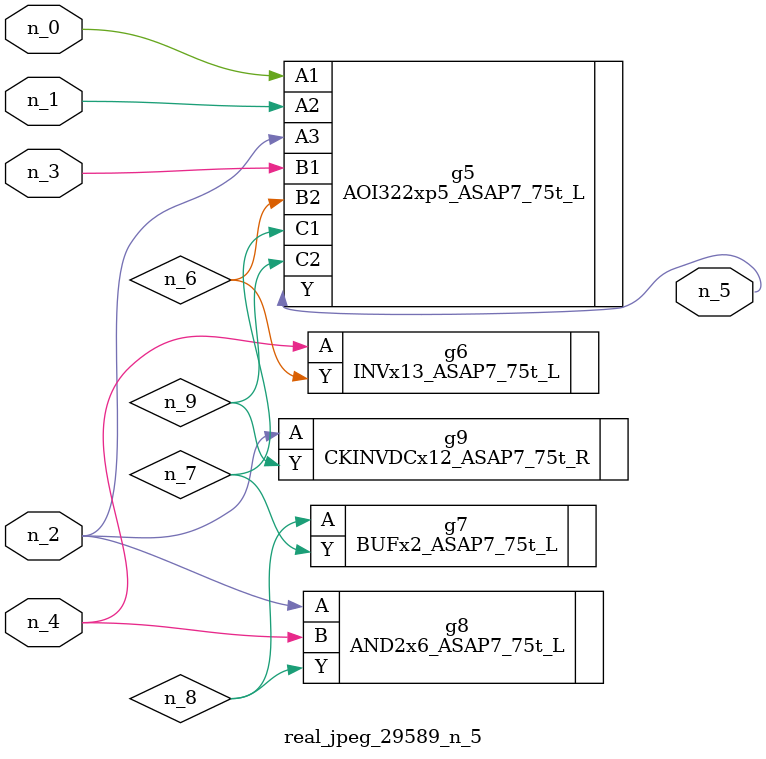
<source format=v>
module real_jpeg_29589_n_5 (n_4, n_0, n_1, n_2, n_3, n_5);

input n_4;
input n_0;
input n_1;
input n_2;
input n_3;

output n_5;

wire n_8;
wire n_6;
wire n_7;
wire n_9;

AOI322xp5_ASAP7_75t_L g5 ( 
.A1(n_0),
.A2(n_1),
.A3(n_2),
.B1(n_3),
.B2(n_6),
.C1(n_7),
.C2(n_9),
.Y(n_5)
);

AND2x6_ASAP7_75t_L g8 ( 
.A(n_2),
.B(n_4),
.Y(n_8)
);

CKINVDCx12_ASAP7_75t_R g9 ( 
.A(n_2),
.Y(n_9)
);

INVx13_ASAP7_75t_L g6 ( 
.A(n_4),
.Y(n_6)
);

BUFx2_ASAP7_75t_L g7 ( 
.A(n_8),
.Y(n_7)
);


endmodule
</source>
